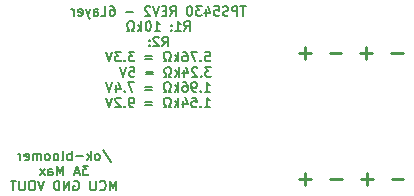
<source format=gbo>
%TF.GenerationSoftware,KiCad,Pcbnew,(6.0.8)*%
%TF.CreationDate,2022-12-16T18:18:29+01:00*%
%TF.ProjectId,Single-DCDC-Converter-Rev3,53696e67-6c65-42d4-9443-44432d436f6e,rev?*%
%TF.SameCoordinates,Original*%
%TF.FileFunction,Legend,Bot*%
%TF.FilePolarity,Positive*%
%FSLAX46Y46*%
G04 Gerber Fmt 4.6, Leading zero omitted, Abs format (unit mm)*
G04 Created by KiCad (PCBNEW (6.0.8)) date 2022-12-16 18:18:29*
%MOMM*%
%LPD*%
G01*
G04 APERTURE LIST*
%ADD10C,0.150000*%
%ADD11C,0.250000*%
%ADD12C,0.200000*%
%ADD13R,1.700000X1.700000*%
%ADD14O,1.700000X1.700000*%
%ADD15C,5.000000*%
G04 APERTURE END LIST*
D10*
X89457142Y-91475809D02*
X90142857Y-92504380D01*
X89076190Y-92313904D02*
X89152380Y-92275809D01*
X89190476Y-92237714D01*
X89228571Y-92161523D01*
X89228571Y-91932952D01*
X89190476Y-91856761D01*
X89152380Y-91818666D01*
X89076190Y-91780571D01*
X88961904Y-91780571D01*
X88885714Y-91818666D01*
X88847619Y-91856761D01*
X88809523Y-91932952D01*
X88809523Y-92161523D01*
X88847619Y-92237714D01*
X88885714Y-92275809D01*
X88961904Y-92313904D01*
X89076190Y-92313904D01*
X88466666Y-92313904D02*
X88466666Y-91513904D01*
X88390476Y-92009142D02*
X88161904Y-92313904D01*
X88161904Y-91780571D02*
X88466666Y-92085333D01*
X87819047Y-92009142D02*
X87209523Y-92009142D01*
X86828571Y-92313904D02*
X86828571Y-91513904D01*
X86828571Y-91818666D02*
X86752380Y-91780571D01*
X86600000Y-91780571D01*
X86523809Y-91818666D01*
X86485714Y-91856761D01*
X86447619Y-91932952D01*
X86447619Y-92161523D01*
X86485714Y-92237714D01*
X86523809Y-92275809D01*
X86600000Y-92313904D01*
X86752380Y-92313904D01*
X86828571Y-92275809D01*
X85990476Y-92313904D02*
X86066666Y-92275809D01*
X86104761Y-92199619D01*
X86104761Y-91513904D01*
X85571428Y-92313904D02*
X85647619Y-92275809D01*
X85685714Y-92237714D01*
X85723809Y-92161523D01*
X85723809Y-91932952D01*
X85685714Y-91856761D01*
X85647619Y-91818666D01*
X85571428Y-91780571D01*
X85457142Y-91780571D01*
X85380952Y-91818666D01*
X85342857Y-91856761D01*
X85304761Y-91932952D01*
X85304761Y-92161523D01*
X85342857Y-92237714D01*
X85380952Y-92275809D01*
X85457142Y-92313904D01*
X85571428Y-92313904D01*
X84847619Y-92313904D02*
X84923809Y-92275809D01*
X84961904Y-92237714D01*
X85000000Y-92161523D01*
X85000000Y-91932952D01*
X84961904Y-91856761D01*
X84923809Y-91818666D01*
X84847619Y-91780571D01*
X84733333Y-91780571D01*
X84657142Y-91818666D01*
X84619047Y-91856761D01*
X84580952Y-91932952D01*
X84580952Y-92161523D01*
X84619047Y-92237714D01*
X84657142Y-92275809D01*
X84733333Y-92313904D01*
X84847619Y-92313904D01*
X84238095Y-92313904D02*
X84238095Y-91780571D01*
X84238095Y-91856761D02*
X84200000Y-91818666D01*
X84123809Y-91780571D01*
X84009523Y-91780571D01*
X83933333Y-91818666D01*
X83895238Y-91894857D01*
X83895238Y-92313904D01*
X83895238Y-91894857D02*
X83857142Y-91818666D01*
X83780952Y-91780571D01*
X83666666Y-91780571D01*
X83590476Y-91818666D01*
X83552380Y-91894857D01*
X83552380Y-92313904D01*
X82866666Y-92275809D02*
X82942857Y-92313904D01*
X83095238Y-92313904D01*
X83171428Y-92275809D01*
X83209523Y-92199619D01*
X83209523Y-91894857D01*
X83171428Y-91818666D01*
X83095238Y-91780571D01*
X82942857Y-91780571D01*
X82866666Y-91818666D01*
X82828571Y-91894857D01*
X82828571Y-91971047D01*
X83209523Y-92047238D01*
X82485714Y-92313904D02*
X82485714Y-91780571D01*
X82485714Y-91932952D02*
X82447619Y-91856761D01*
X82409523Y-91818666D01*
X82333333Y-91780571D01*
X82257142Y-91780571D01*
X88257142Y-92801904D02*
X87761904Y-92801904D01*
X88028571Y-93106666D01*
X87914285Y-93106666D01*
X87838095Y-93144761D01*
X87800000Y-93182857D01*
X87761904Y-93259047D01*
X87761904Y-93449523D01*
X87800000Y-93525714D01*
X87838095Y-93563809D01*
X87914285Y-93601904D01*
X88142857Y-93601904D01*
X88219047Y-93563809D01*
X88257142Y-93525714D01*
X87457142Y-93373333D02*
X87076190Y-93373333D01*
X87533333Y-93601904D02*
X87266666Y-92801904D01*
X87000000Y-93601904D01*
X86123809Y-93601904D02*
X86123809Y-92801904D01*
X85857142Y-93373333D01*
X85590476Y-92801904D01*
X85590476Y-93601904D01*
X84866666Y-93601904D02*
X84866666Y-93182857D01*
X84904761Y-93106666D01*
X84980952Y-93068571D01*
X85133333Y-93068571D01*
X85209523Y-93106666D01*
X84866666Y-93563809D02*
X84942857Y-93601904D01*
X85133333Y-93601904D01*
X85209523Y-93563809D01*
X85247619Y-93487619D01*
X85247619Y-93411428D01*
X85209523Y-93335238D01*
X85133333Y-93297142D01*
X84942857Y-93297142D01*
X84866666Y-93259047D01*
X84561904Y-93601904D02*
X84142857Y-93068571D01*
X84561904Y-93068571D02*
X84142857Y-93601904D01*
X90600000Y-94889904D02*
X90600000Y-94089904D01*
X90333333Y-94661333D01*
X90066666Y-94089904D01*
X90066666Y-94889904D01*
X89228571Y-94813714D02*
X89266666Y-94851809D01*
X89380952Y-94889904D01*
X89457142Y-94889904D01*
X89571428Y-94851809D01*
X89647619Y-94775619D01*
X89685714Y-94699428D01*
X89723809Y-94547047D01*
X89723809Y-94432761D01*
X89685714Y-94280380D01*
X89647619Y-94204190D01*
X89571428Y-94128000D01*
X89457142Y-94089904D01*
X89380952Y-94089904D01*
X89266666Y-94128000D01*
X89228571Y-94166095D01*
X88885714Y-94089904D02*
X88885714Y-94737523D01*
X88847619Y-94813714D01*
X88809523Y-94851809D01*
X88733333Y-94889904D01*
X88580952Y-94889904D01*
X88504761Y-94851809D01*
X88466666Y-94813714D01*
X88428571Y-94737523D01*
X88428571Y-94089904D01*
X87019047Y-94128000D02*
X87095238Y-94089904D01*
X87209523Y-94089904D01*
X87323809Y-94128000D01*
X87400000Y-94204190D01*
X87438095Y-94280380D01*
X87476190Y-94432761D01*
X87476190Y-94547047D01*
X87438095Y-94699428D01*
X87400000Y-94775619D01*
X87323809Y-94851809D01*
X87209523Y-94889904D01*
X87133333Y-94889904D01*
X87019047Y-94851809D01*
X86980952Y-94813714D01*
X86980952Y-94547047D01*
X87133333Y-94547047D01*
X86638095Y-94889904D02*
X86638095Y-94089904D01*
X86180952Y-94889904D01*
X86180952Y-94089904D01*
X85800000Y-94889904D02*
X85800000Y-94089904D01*
X85609523Y-94089904D01*
X85495238Y-94128000D01*
X85419047Y-94204190D01*
X85380952Y-94280380D01*
X85342857Y-94432761D01*
X85342857Y-94547047D01*
X85380952Y-94699428D01*
X85419047Y-94775619D01*
X85495238Y-94851809D01*
X85609523Y-94889904D01*
X85800000Y-94889904D01*
X84504761Y-94089904D02*
X84238095Y-94889904D01*
X83971428Y-94089904D01*
X83552380Y-94089904D02*
X83400000Y-94089904D01*
X83323809Y-94128000D01*
X83247619Y-94204190D01*
X83209523Y-94356571D01*
X83209523Y-94623238D01*
X83247619Y-94775619D01*
X83323809Y-94851809D01*
X83400000Y-94889904D01*
X83552380Y-94889904D01*
X83628571Y-94851809D01*
X83704761Y-94775619D01*
X83742857Y-94623238D01*
X83742857Y-94356571D01*
X83704761Y-94204190D01*
X83628571Y-94128000D01*
X83552380Y-94089904D01*
X82866666Y-94089904D02*
X82866666Y-94737523D01*
X82828571Y-94813714D01*
X82790476Y-94851809D01*
X82714285Y-94889904D01*
X82561904Y-94889904D01*
X82485714Y-94851809D01*
X82447619Y-94813714D01*
X82409523Y-94737523D01*
X82409523Y-94089904D01*
X82142857Y-94089904D02*
X81685714Y-94089904D01*
X81914285Y-94889904D02*
X81914285Y-94089904D01*
D11*
X114883333Y-83242857D02*
X113892857Y-83242857D01*
X112283333Y-83242857D02*
X111292857Y-83242857D01*
X111788095Y-83738095D02*
X111788095Y-82747619D01*
X109683333Y-83242857D02*
X108692857Y-83242857D01*
X107083333Y-83242857D02*
X106092857Y-83242857D01*
X106588095Y-83738095D02*
X106588095Y-82747619D01*
X114913333Y-93912857D02*
X113922857Y-93912857D01*
X112313333Y-93912857D02*
X111322857Y-93912857D01*
X111818095Y-94408095D02*
X111818095Y-93417619D01*
X109713333Y-93912857D02*
X108722857Y-93912857D01*
X107113333Y-93912857D02*
X106122857Y-93912857D01*
X106618095Y-94408095D02*
X106618095Y-93417619D01*
D12*
X101590476Y-79297904D02*
X101133333Y-79297904D01*
X101361904Y-80097904D02*
X101361904Y-79297904D01*
X100866666Y-80097904D02*
X100866666Y-79297904D01*
X100561904Y-79297904D01*
X100485714Y-79336000D01*
X100447619Y-79374095D01*
X100409523Y-79450285D01*
X100409523Y-79564571D01*
X100447619Y-79640761D01*
X100485714Y-79678857D01*
X100561904Y-79716952D01*
X100866666Y-79716952D01*
X100104761Y-80059809D02*
X99990476Y-80097904D01*
X99800000Y-80097904D01*
X99723809Y-80059809D01*
X99685714Y-80021714D01*
X99647619Y-79945523D01*
X99647619Y-79869333D01*
X99685714Y-79793142D01*
X99723809Y-79755047D01*
X99800000Y-79716952D01*
X99952380Y-79678857D01*
X100028571Y-79640761D01*
X100066666Y-79602666D01*
X100104761Y-79526476D01*
X100104761Y-79450285D01*
X100066666Y-79374095D01*
X100028571Y-79336000D01*
X99952380Y-79297904D01*
X99761904Y-79297904D01*
X99647619Y-79336000D01*
X98923809Y-79297904D02*
X99304761Y-79297904D01*
X99342857Y-79678857D01*
X99304761Y-79640761D01*
X99228571Y-79602666D01*
X99038095Y-79602666D01*
X98961904Y-79640761D01*
X98923809Y-79678857D01*
X98885714Y-79755047D01*
X98885714Y-79945523D01*
X98923809Y-80021714D01*
X98961904Y-80059809D01*
X99038095Y-80097904D01*
X99228571Y-80097904D01*
X99304761Y-80059809D01*
X99342857Y-80021714D01*
X98200000Y-79564571D02*
X98200000Y-80097904D01*
X98390476Y-79259809D02*
X98580952Y-79831238D01*
X98085714Y-79831238D01*
X97857142Y-79297904D02*
X97361904Y-79297904D01*
X97628571Y-79602666D01*
X97514285Y-79602666D01*
X97438095Y-79640761D01*
X97400000Y-79678857D01*
X97361904Y-79755047D01*
X97361904Y-79945523D01*
X97400000Y-80021714D01*
X97438095Y-80059809D01*
X97514285Y-80097904D01*
X97742857Y-80097904D01*
X97819047Y-80059809D01*
X97857142Y-80021714D01*
X96866666Y-79297904D02*
X96790476Y-79297904D01*
X96714285Y-79336000D01*
X96676190Y-79374095D01*
X96638095Y-79450285D01*
X96600000Y-79602666D01*
X96600000Y-79793142D01*
X96638095Y-79945523D01*
X96676190Y-80021714D01*
X96714285Y-80059809D01*
X96790476Y-80097904D01*
X96866666Y-80097904D01*
X96942857Y-80059809D01*
X96980952Y-80021714D01*
X97019047Y-79945523D01*
X97057142Y-79793142D01*
X97057142Y-79602666D01*
X97019047Y-79450285D01*
X96980952Y-79374095D01*
X96942857Y-79336000D01*
X96866666Y-79297904D01*
X95190476Y-80097904D02*
X95457142Y-79716952D01*
X95647619Y-80097904D02*
X95647619Y-79297904D01*
X95342857Y-79297904D01*
X95266666Y-79336000D01*
X95228571Y-79374095D01*
X95190476Y-79450285D01*
X95190476Y-79564571D01*
X95228571Y-79640761D01*
X95266666Y-79678857D01*
X95342857Y-79716952D01*
X95647619Y-79716952D01*
X94847619Y-79678857D02*
X94580952Y-79678857D01*
X94466666Y-80097904D02*
X94847619Y-80097904D01*
X94847619Y-79297904D01*
X94466666Y-79297904D01*
X94238095Y-79297904D02*
X93971428Y-80097904D01*
X93704761Y-79297904D01*
X93476190Y-79374095D02*
X93438095Y-79336000D01*
X93361904Y-79297904D01*
X93171428Y-79297904D01*
X93095238Y-79336000D01*
X93057142Y-79374095D01*
X93019047Y-79450285D01*
X93019047Y-79526476D01*
X93057142Y-79640761D01*
X93514285Y-80097904D01*
X93019047Y-80097904D01*
X92066666Y-79793142D02*
X91457142Y-79793142D01*
X90123809Y-79297904D02*
X90276190Y-79297904D01*
X90352380Y-79336000D01*
X90390476Y-79374095D01*
X90466666Y-79488380D01*
X90504761Y-79640761D01*
X90504761Y-79945523D01*
X90466666Y-80021714D01*
X90428571Y-80059809D01*
X90352380Y-80097904D01*
X90200000Y-80097904D01*
X90123809Y-80059809D01*
X90085714Y-80021714D01*
X90047619Y-79945523D01*
X90047619Y-79755047D01*
X90085714Y-79678857D01*
X90123809Y-79640761D01*
X90200000Y-79602666D01*
X90352380Y-79602666D01*
X90428571Y-79640761D01*
X90466666Y-79678857D01*
X90504761Y-79755047D01*
X89323809Y-80097904D02*
X89704761Y-80097904D01*
X89704761Y-79297904D01*
X88714285Y-80097904D02*
X88714285Y-79678857D01*
X88752380Y-79602666D01*
X88828571Y-79564571D01*
X88980952Y-79564571D01*
X89057142Y-79602666D01*
X88714285Y-80059809D02*
X88790476Y-80097904D01*
X88980952Y-80097904D01*
X89057142Y-80059809D01*
X89095238Y-79983619D01*
X89095238Y-79907428D01*
X89057142Y-79831238D01*
X88980952Y-79793142D01*
X88790476Y-79793142D01*
X88714285Y-79755047D01*
X88409523Y-79564571D02*
X88219047Y-80097904D01*
X88028571Y-79564571D02*
X88219047Y-80097904D01*
X88295238Y-80288380D01*
X88333333Y-80326476D01*
X88409523Y-80364571D01*
X87419047Y-80059809D02*
X87495238Y-80097904D01*
X87647619Y-80097904D01*
X87723809Y-80059809D01*
X87761904Y-79983619D01*
X87761904Y-79678857D01*
X87723809Y-79602666D01*
X87647619Y-79564571D01*
X87495238Y-79564571D01*
X87419047Y-79602666D01*
X87380952Y-79678857D01*
X87380952Y-79755047D01*
X87761904Y-79831238D01*
X87038095Y-80097904D02*
X87038095Y-79564571D01*
X87038095Y-79716952D02*
X87000000Y-79640761D01*
X86961904Y-79602666D01*
X86885714Y-79564571D01*
X86809523Y-79564571D01*
X96371428Y-81385904D02*
X96638095Y-81004952D01*
X96828571Y-81385904D02*
X96828571Y-80585904D01*
X96523809Y-80585904D01*
X96447619Y-80624000D01*
X96409523Y-80662095D01*
X96371428Y-80738285D01*
X96371428Y-80852571D01*
X96409523Y-80928761D01*
X96447619Y-80966857D01*
X96523809Y-81004952D01*
X96828571Y-81004952D01*
X95609523Y-81385904D02*
X96066666Y-81385904D01*
X95838095Y-81385904D02*
X95838095Y-80585904D01*
X95914285Y-80700190D01*
X95990476Y-80776380D01*
X96066666Y-80814476D01*
X95266666Y-81309714D02*
X95228571Y-81347809D01*
X95266666Y-81385904D01*
X95304761Y-81347809D01*
X95266666Y-81309714D01*
X95266666Y-81385904D01*
X95266666Y-80890666D02*
X95228571Y-80928761D01*
X95266666Y-80966857D01*
X95304761Y-80928761D01*
X95266666Y-80890666D01*
X95266666Y-80966857D01*
X93857142Y-81385904D02*
X94314285Y-81385904D01*
X94085714Y-81385904D02*
X94085714Y-80585904D01*
X94161904Y-80700190D01*
X94238095Y-80776380D01*
X94314285Y-80814476D01*
X93361904Y-80585904D02*
X93285714Y-80585904D01*
X93209523Y-80624000D01*
X93171428Y-80662095D01*
X93133333Y-80738285D01*
X93095238Y-80890666D01*
X93095238Y-81081142D01*
X93133333Y-81233523D01*
X93171428Y-81309714D01*
X93209523Y-81347809D01*
X93285714Y-81385904D01*
X93361904Y-81385904D01*
X93438095Y-81347809D01*
X93476190Y-81309714D01*
X93514285Y-81233523D01*
X93552380Y-81081142D01*
X93552380Y-80890666D01*
X93514285Y-80738285D01*
X93476190Y-80662095D01*
X93438095Y-80624000D01*
X93361904Y-80585904D01*
X92752380Y-81385904D02*
X92752380Y-80585904D01*
X92676190Y-81081142D02*
X92447619Y-81385904D01*
X92447619Y-80852571D02*
X92752380Y-81157333D01*
X92142857Y-81385904D02*
X91952380Y-81385904D01*
X91952380Y-81233523D01*
X92028571Y-81195428D01*
X92104761Y-81119238D01*
X92142857Y-81004952D01*
X92142857Y-80814476D01*
X92104761Y-80700190D01*
X92028571Y-80624000D01*
X91914285Y-80585904D01*
X91761904Y-80585904D01*
X91647619Y-80624000D01*
X91571428Y-80700190D01*
X91533333Y-80814476D01*
X91533333Y-81004952D01*
X91571428Y-81119238D01*
X91647619Y-81195428D01*
X91723809Y-81233523D01*
X91723809Y-81385904D01*
X91533333Y-81385904D01*
X94523809Y-82673904D02*
X94790476Y-82292952D01*
X94980952Y-82673904D02*
X94980952Y-81873904D01*
X94676190Y-81873904D01*
X94600000Y-81912000D01*
X94561904Y-81950095D01*
X94523809Y-82026285D01*
X94523809Y-82140571D01*
X94561904Y-82216761D01*
X94600000Y-82254857D01*
X94676190Y-82292952D01*
X94980952Y-82292952D01*
X94219047Y-81950095D02*
X94180952Y-81912000D01*
X94104761Y-81873904D01*
X93914285Y-81873904D01*
X93838095Y-81912000D01*
X93800000Y-81950095D01*
X93761904Y-82026285D01*
X93761904Y-82102476D01*
X93800000Y-82216761D01*
X94257142Y-82673904D01*
X93761904Y-82673904D01*
X93419047Y-82597714D02*
X93380952Y-82635809D01*
X93419047Y-82673904D01*
X93457142Y-82635809D01*
X93419047Y-82597714D01*
X93419047Y-82673904D01*
X93419047Y-82178666D02*
X93380952Y-82216761D01*
X93419047Y-82254857D01*
X93457142Y-82216761D01*
X93419047Y-82178666D01*
X93419047Y-82254857D01*
X98142857Y-83161904D02*
X98523809Y-83161904D01*
X98561904Y-83542857D01*
X98523809Y-83504761D01*
X98447619Y-83466666D01*
X98257142Y-83466666D01*
X98180952Y-83504761D01*
X98142857Y-83542857D01*
X98104761Y-83619047D01*
X98104761Y-83809523D01*
X98142857Y-83885714D01*
X98180952Y-83923809D01*
X98257142Y-83961904D01*
X98447619Y-83961904D01*
X98523809Y-83923809D01*
X98561904Y-83885714D01*
X97761904Y-83885714D02*
X97723809Y-83923809D01*
X97761904Y-83961904D01*
X97800000Y-83923809D01*
X97761904Y-83885714D01*
X97761904Y-83961904D01*
X97457142Y-83161904D02*
X96923809Y-83161904D01*
X97266666Y-83961904D01*
X96276190Y-83161904D02*
X96428571Y-83161904D01*
X96504761Y-83200000D01*
X96542857Y-83238095D01*
X96619047Y-83352380D01*
X96657142Y-83504761D01*
X96657142Y-83809523D01*
X96619047Y-83885714D01*
X96580952Y-83923809D01*
X96504761Y-83961904D01*
X96352380Y-83961904D01*
X96276190Y-83923809D01*
X96238095Y-83885714D01*
X96200000Y-83809523D01*
X96200000Y-83619047D01*
X96238095Y-83542857D01*
X96276190Y-83504761D01*
X96352380Y-83466666D01*
X96504761Y-83466666D01*
X96580952Y-83504761D01*
X96619047Y-83542857D01*
X96657142Y-83619047D01*
X95857142Y-83961904D02*
X95857142Y-83161904D01*
X95780952Y-83657142D02*
X95552380Y-83961904D01*
X95552380Y-83428571D02*
X95857142Y-83733333D01*
X95247619Y-83961904D02*
X95057142Y-83961904D01*
X95057142Y-83809523D01*
X95133333Y-83771428D01*
X95209523Y-83695238D01*
X95247619Y-83580952D01*
X95247619Y-83390476D01*
X95209523Y-83276190D01*
X95133333Y-83200000D01*
X95019047Y-83161904D01*
X94866666Y-83161904D01*
X94752380Y-83200000D01*
X94676190Y-83276190D01*
X94638095Y-83390476D01*
X94638095Y-83580952D01*
X94676190Y-83695238D01*
X94752380Y-83771428D01*
X94828571Y-83809523D01*
X94828571Y-83961904D01*
X94638095Y-83961904D01*
X93685714Y-83542857D02*
X93076190Y-83542857D01*
X93076190Y-83771428D02*
X93685714Y-83771428D01*
X92161904Y-83161904D02*
X91666666Y-83161904D01*
X91933333Y-83466666D01*
X91819047Y-83466666D01*
X91742857Y-83504761D01*
X91704761Y-83542857D01*
X91666666Y-83619047D01*
X91666666Y-83809523D01*
X91704761Y-83885714D01*
X91742857Y-83923809D01*
X91819047Y-83961904D01*
X92047619Y-83961904D01*
X92123809Y-83923809D01*
X92161904Y-83885714D01*
X91323809Y-83885714D02*
X91285714Y-83923809D01*
X91323809Y-83961904D01*
X91361904Y-83923809D01*
X91323809Y-83885714D01*
X91323809Y-83961904D01*
X91019047Y-83161904D02*
X90523809Y-83161904D01*
X90790476Y-83466666D01*
X90676190Y-83466666D01*
X90600000Y-83504761D01*
X90561904Y-83542857D01*
X90523809Y-83619047D01*
X90523809Y-83809523D01*
X90561904Y-83885714D01*
X90600000Y-83923809D01*
X90676190Y-83961904D01*
X90904761Y-83961904D01*
X90980952Y-83923809D01*
X91019047Y-83885714D01*
X90295238Y-83161904D02*
X90028571Y-83961904D01*
X89761904Y-83161904D01*
X98638095Y-84449904D02*
X98142857Y-84449904D01*
X98409523Y-84754666D01*
X98295238Y-84754666D01*
X98219047Y-84792761D01*
X98180952Y-84830857D01*
X98142857Y-84907047D01*
X98142857Y-85097523D01*
X98180952Y-85173714D01*
X98219047Y-85211809D01*
X98295238Y-85249904D01*
X98523809Y-85249904D01*
X98600000Y-85211809D01*
X98638095Y-85173714D01*
X97800000Y-85173714D02*
X97761904Y-85211809D01*
X97800000Y-85249904D01*
X97838095Y-85211809D01*
X97800000Y-85173714D01*
X97800000Y-85249904D01*
X97457142Y-84526095D02*
X97419047Y-84488000D01*
X97342857Y-84449904D01*
X97152380Y-84449904D01*
X97076190Y-84488000D01*
X97038095Y-84526095D01*
X97000000Y-84602285D01*
X97000000Y-84678476D01*
X97038095Y-84792761D01*
X97495238Y-85249904D01*
X97000000Y-85249904D01*
X96314285Y-84716571D02*
X96314285Y-85249904D01*
X96504761Y-84411809D02*
X96695238Y-84983238D01*
X96200000Y-84983238D01*
X95895238Y-85249904D02*
X95895238Y-84449904D01*
X95819047Y-84945142D02*
X95590476Y-85249904D01*
X95590476Y-84716571D02*
X95895238Y-85021333D01*
X95285714Y-85249904D02*
X95095238Y-85249904D01*
X95095238Y-85097523D01*
X95171428Y-85059428D01*
X95247619Y-84983238D01*
X95285714Y-84868952D01*
X95285714Y-84678476D01*
X95247619Y-84564190D01*
X95171428Y-84488000D01*
X95057142Y-84449904D01*
X94904761Y-84449904D01*
X94790476Y-84488000D01*
X94714285Y-84564190D01*
X94676190Y-84678476D01*
X94676190Y-84868952D01*
X94714285Y-84983238D01*
X94790476Y-85059428D01*
X94866666Y-85097523D01*
X94866666Y-85249904D01*
X94676190Y-85249904D01*
X93723809Y-84830857D02*
X93114285Y-84830857D01*
X93114285Y-85059428D02*
X93723809Y-85059428D01*
X91742857Y-84449904D02*
X92123809Y-84449904D01*
X92161904Y-84830857D01*
X92123809Y-84792761D01*
X92047619Y-84754666D01*
X91857142Y-84754666D01*
X91780952Y-84792761D01*
X91742857Y-84830857D01*
X91704761Y-84907047D01*
X91704761Y-85097523D01*
X91742857Y-85173714D01*
X91780952Y-85211809D01*
X91857142Y-85249904D01*
X92047619Y-85249904D01*
X92123809Y-85211809D01*
X92161904Y-85173714D01*
X91476190Y-84449904D02*
X91209523Y-85249904D01*
X90942857Y-84449904D01*
X98104761Y-86537904D02*
X98561904Y-86537904D01*
X98333333Y-86537904D02*
X98333333Y-85737904D01*
X98409523Y-85852190D01*
X98485714Y-85928380D01*
X98561904Y-85966476D01*
X97761904Y-86461714D02*
X97723809Y-86499809D01*
X97761904Y-86537904D01*
X97800000Y-86499809D01*
X97761904Y-86461714D01*
X97761904Y-86537904D01*
X97342857Y-86537904D02*
X97190476Y-86537904D01*
X97114285Y-86499809D01*
X97076190Y-86461714D01*
X97000000Y-86347428D01*
X96961904Y-86195047D01*
X96961904Y-85890285D01*
X97000000Y-85814095D01*
X97038095Y-85776000D01*
X97114285Y-85737904D01*
X97266666Y-85737904D01*
X97342857Y-85776000D01*
X97380952Y-85814095D01*
X97419047Y-85890285D01*
X97419047Y-86080761D01*
X97380952Y-86156952D01*
X97342857Y-86195047D01*
X97266666Y-86233142D01*
X97114285Y-86233142D01*
X97038095Y-86195047D01*
X97000000Y-86156952D01*
X96961904Y-86080761D01*
X96276190Y-85737904D02*
X96428571Y-85737904D01*
X96504761Y-85776000D01*
X96542857Y-85814095D01*
X96619047Y-85928380D01*
X96657142Y-86080761D01*
X96657142Y-86385523D01*
X96619047Y-86461714D01*
X96580952Y-86499809D01*
X96504761Y-86537904D01*
X96352380Y-86537904D01*
X96276190Y-86499809D01*
X96238095Y-86461714D01*
X96200000Y-86385523D01*
X96200000Y-86195047D01*
X96238095Y-86118857D01*
X96276190Y-86080761D01*
X96352380Y-86042666D01*
X96504761Y-86042666D01*
X96580952Y-86080761D01*
X96619047Y-86118857D01*
X96657142Y-86195047D01*
X95857142Y-86537904D02*
X95857142Y-85737904D01*
X95780952Y-86233142D02*
X95552380Y-86537904D01*
X95552380Y-86004571D02*
X95857142Y-86309333D01*
X95247619Y-86537904D02*
X95057142Y-86537904D01*
X95057142Y-86385523D01*
X95133333Y-86347428D01*
X95209523Y-86271238D01*
X95247619Y-86156952D01*
X95247619Y-85966476D01*
X95209523Y-85852190D01*
X95133333Y-85776000D01*
X95019047Y-85737904D01*
X94866666Y-85737904D01*
X94752380Y-85776000D01*
X94676190Y-85852190D01*
X94638095Y-85966476D01*
X94638095Y-86156952D01*
X94676190Y-86271238D01*
X94752380Y-86347428D01*
X94828571Y-86385523D01*
X94828571Y-86537904D01*
X94638095Y-86537904D01*
X93685714Y-86118857D02*
X93076190Y-86118857D01*
X93076190Y-86347428D02*
X93685714Y-86347428D01*
X92161904Y-85737904D02*
X91628571Y-85737904D01*
X91971428Y-86537904D01*
X91323809Y-86461714D02*
X91285714Y-86499809D01*
X91323809Y-86537904D01*
X91361904Y-86499809D01*
X91323809Y-86461714D01*
X91323809Y-86537904D01*
X90600000Y-86004571D02*
X90600000Y-86537904D01*
X90790476Y-85699809D02*
X90980952Y-86271238D01*
X90485714Y-86271238D01*
X90295238Y-85737904D02*
X90028571Y-86537904D01*
X89761904Y-85737904D01*
X98104761Y-87825904D02*
X98561904Y-87825904D01*
X98333333Y-87825904D02*
X98333333Y-87025904D01*
X98409523Y-87140190D01*
X98485714Y-87216380D01*
X98561904Y-87254476D01*
X97761904Y-87749714D02*
X97723809Y-87787809D01*
X97761904Y-87825904D01*
X97800000Y-87787809D01*
X97761904Y-87749714D01*
X97761904Y-87825904D01*
X97000000Y-87025904D02*
X97380952Y-87025904D01*
X97419047Y-87406857D01*
X97380952Y-87368761D01*
X97304761Y-87330666D01*
X97114285Y-87330666D01*
X97038095Y-87368761D01*
X97000000Y-87406857D01*
X96961904Y-87483047D01*
X96961904Y-87673523D01*
X97000000Y-87749714D01*
X97038095Y-87787809D01*
X97114285Y-87825904D01*
X97304761Y-87825904D01*
X97380952Y-87787809D01*
X97419047Y-87749714D01*
X96276190Y-87292571D02*
X96276190Y-87825904D01*
X96466666Y-86987809D02*
X96657142Y-87559238D01*
X96161904Y-87559238D01*
X95857142Y-87825904D02*
X95857142Y-87025904D01*
X95780952Y-87521142D02*
X95552380Y-87825904D01*
X95552380Y-87292571D02*
X95857142Y-87597333D01*
X95247619Y-87825904D02*
X95057142Y-87825904D01*
X95057142Y-87673523D01*
X95133333Y-87635428D01*
X95209523Y-87559238D01*
X95247619Y-87444952D01*
X95247619Y-87254476D01*
X95209523Y-87140190D01*
X95133333Y-87064000D01*
X95019047Y-87025904D01*
X94866666Y-87025904D01*
X94752380Y-87064000D01*
X94676190Y-87140190D01*
X94638095Y-87254476D01*
X94638095Y-87444952D01*
X94676190Y-87559238D01*
X94752380Y-87635428D01*
X94828571Y-87673523D01*
X94828571Y-87825904D01*
X94638095Y-87825904D01*
X93685714Y-87406857D02*
X93076190Y-87406857D01*
X93076190Y-87635428D02*
X93685714Y-87635428D01*
X92047619Y-87825904D02*
X91895238Y-87825904D01*
X91819047Y-87787809D01*
X91780952Y-87749714D01*
X91704761Y-87635428D01*
X91666666Y-87483047D01*
X91666666Y-87178285D01*
X91704761Y-87102095D01*
X91742857Y-87064000D01*
X91819047Y-87025904D01*
X91971428Y-87025904D01*
X92047619Y-87064000D01*
X92085714Y-87102095D01*
X92123809Y-87178285D01*
X92123809Y-87368761D01*
X92085714Y-87444952D01*
X92047619Y-87483047D01*
X91971428Y-87521142D01*
X91819047Y-87521142D01*
X91742857Y-87483047D01*
X91704761Y-87444952D01*
X91666666Y-87368761D01*
X91323809Y-87749714D02*
X91285714Y-87787809D01*
X91323809Y-87825904D01*
X91361904Y-87787809D01*
X91323809Y-87749714D01*
X91323809Y-87825904D01*
X90980952Y-87102095D02*
X90942857Y-87064000D01*
X90866666Y-87025904D01*
X90676190Y-87025904D01*
X90600000Y-87064000D01*
X90561904Y-87102095D01*
X90523809Y-87178285D01*
X90523809Y-87254476D01*
X90561904Y-87368761D01*
X91019047Y-87825904D01*
X90523809Y-87825904D01*
X90295238Y-87025904D02*
X90028571Y-87825904D01*
X89761904Y-87025904D01*
%LPC*%
D13*
X83780000Y-96135000D03*
D14*
X86320000Y-96135000D03*
X88860000Y-96135000D03*
D13*
X106640000Y-96135000D03*
D14*
X109180000Y-96135000D03*
X111720000Y-96135000D03*
X114260000Y-96135000D03*
D15*
X84130000Y-81235000D03*
D13*
X106640000Y-80895000D03*
D14*
X109180000Y-80895000D03*
X111720000Y-80895000D03*
X114260000Y-80895000D03*
M02*

</source>
